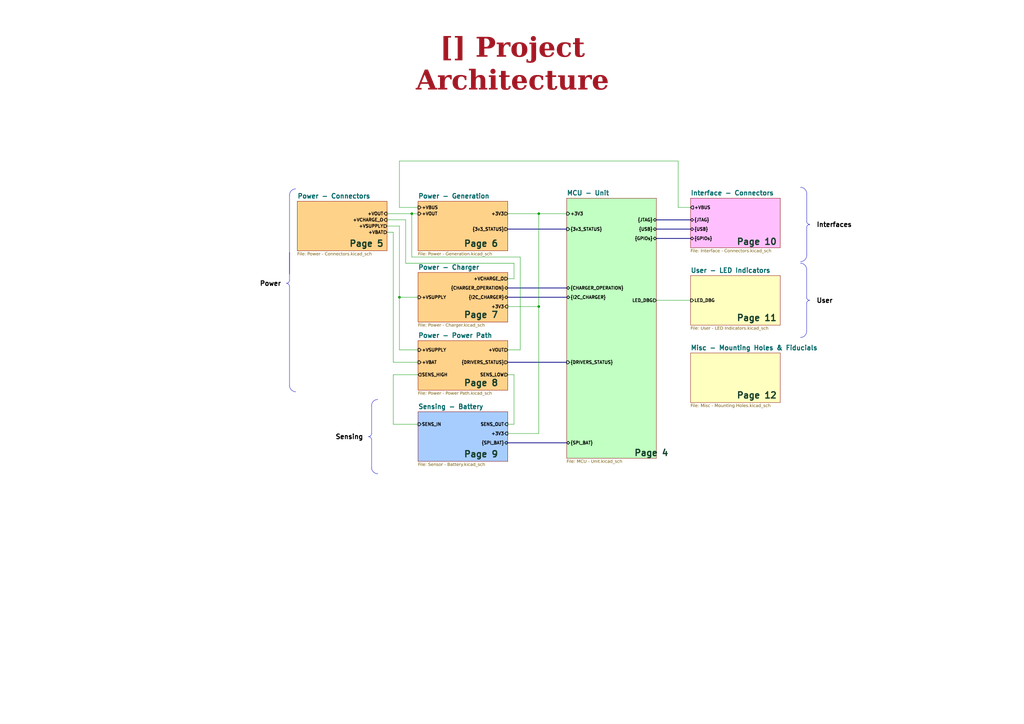
<source format=kicad_sch>
(kicad_sch
	(version 20250114)
	(generator "eeschema")
	(generator_version "9.0")
	(uuid "43756dca-f8f6-4179-bbe2-5af9585c666d")
	(paper "A3")
	(title_block
		(title "Project Architecture")
		(date "Last Modified Date")
		(rev "${REVISION}")
		(company "${COMPANY}")
	)
	(lib_symbols)
	(arc
		(start 330.825 124.45)
		(mid 331.1996 123.5531)
		(end 332.095 123.18)
		(stroke
			(width 0)
			(type default)
		)
		(fill
			(type none)
		)
		(uuid 0038d955-99ac-47e0-99df-9452d83c9945)
	)
	(arc
		(start 121.285 160.655)
		(mid 119.4962 159.9038)
		(end 118.745 158.115)
		(stroke
			(width 0)
			(type default)
		)
		(fill
			(type none)
		)
		(uuid 050a0149-2bc1-4dd7-92e5-8ce12035fe9b)
	)
	(arc
		(start 330.86 93.325)
		(mid 331.2331 92.4267)
		(end 332.13 92.055)
		(stroke
			(width 0)
			(type default)
		)
		(fill
			(type none)
		)
		(uuid 0bc7ffbe-bea5-40cb-bb06-e4bbe970625e)
	)
	(arc
		(start 332.095 123.18)
		(mid 331.2031 122.8034)
		(end 330.825 121.91)
		(stroke
			(width 0)
			(type default)
		)
		(fill
			(type none)
		)
		(uuid 1111ca7b-13ca-4723-ac34-90721ca890af)
	)
	(arc
		(start 330.86 104.755)
		(mid 330.1143 106.5478)
		(end 328.32 107.295)
		(stroke
			(width 0)
			(type default)
		)
		(fill
			(type none)
		)
		(uuid 60898ac0-5a85-4fc7-bf3e-7d6661d3b70e)
	)
	(arc
		(start 332.13 92.055)
		(mid 331.2395 91.677)
		(end 330.86 90.785)
		(stroke
			(width 0)
			(type default)
		)
		(fill
			(type none)
		)
		(uuid 839a81eb-4a51-4936-afaf-166001354450)
	)
	(arc
		(start 328.32 76.815)
		(mid 330.1056 77.5679)
		(end 330.86 79.355)
		(stroke
			(width 0)
			(type default)
		)
		(fill
			(type none)
		)
		(uuid ac51ba7e-a25a-481f-a077-97f7c70a34fb)
	)
	(arc
		(start 151.13 179.07)
		(mid 152.0251 179.4449)
		(end 152.4 180.34)
		(stroke
			(width 0)
			(type default)
		)
		(fill
			(type none)
		)
		(uuid cab65793-d4e8-41b6-91f0-ddc6fb3f67fd)
	)
	(arc
		(start 152.4 166.37)
		(mid 153.1439 164.5739)
		(end 154.94 163.83)
		(stroke
			(width 0)
			(type default)
		)
		(fill
			(type none)
		)
		(uuid cd71c464-485b-418b-84e2-f51ed87617d4)
	)
	(arc
		(start 154.94 194.31)
		(mid 153.1498 193.5602)
		(end 152.4 191.77)
		(stroke
			(width 0)
			(type default)
		)
		(fill
			(type none)
		)
		(uuid d358a3c0-fe0c-4a8a-b61f-1f966fb0c0e1)
	)
	(arc
		(start 152.4 177.8)
		(mid 152.0251 178.6951)
		(end 151.13 179.07)
		(stroke
			(width 0)
			(type default)
		)
		(fill
			(type none)
		)
		(uuid d791b2ba-88cb-4585-a1b1-b734b490212d)
	)
	(arc
		(start 117.475 116.205)
		(mid 118.3687 116.5813)
		(end 118.745 117.475)
		(stroke
			(width 0)
			(type default)
		)
		(fill
			(type none)
		)
		(uuid db946974-f700-4f56-854d-f0affb2b0c52)
	)
	(arc
		(start 330.825 135.88)
		(mid 330.0808 137.6743)
		(end 328.285 138.42)
		(stroke
			(width 0)
			(type default)
		)
		(fill
			(type none)
		)
		(uuid e53f654b-4a96-4f75-af02-52a463768b62)
	)
	(arc
		(start 328.285 107.94)
		(mid 330.0721 108.6915)
		(end 330.825 110.48)
		(stroke
			(width 0)
			(type default)
		)
		(fill
			(type none)
		)
		(uuid e66edba1-7a13-4a97-8de6-7e3a40037f98)
	)
	(arc
		(start 118.745 114.935)
		(mid 118.3687 115.8287)
		(end 117.475 116.205)
		(stroke
			(width 0)
			(type default)
		)
		(fill
			(type none)
		)
		(uuid e9c5fcf5-544b-4c6d-bf55-6a400a9261a7)
	)
	(arc
		(start 118.745 80.01)
		(mid 119.4886 78.2122)
		(end 121.285 77.47)
		(stroke
			(width 0)
			(type default)
		)
		(fill
			(type none)
		)
		(uuid f53227e5-b6a7-4c11-890b-0c3bf4c27efa)
	)
	(text "Page 11"
		(exclude_from_sim no)
		(at 318.77 132.08 0)
		(effects
			(font
				(size 2.54 2.54)
				(bold yes)
				(color 20 60 40 1)
			)
			(justify right bottom)
			(href "#11")
		)
		(uuid "0baeecbb-e02a-431a-ba80-3e6de57ec028")
	)
	(text "Page 10"
		(exclude_from_sim no)
		(at 318.77 100.838 0)
		(effects
			(font
				(size 2.54 2.54)
				(bold yes)
				(color 20 60 40 1)
			)
			(justify right bottom)
			(href "#10")
		)
		(uuid "220095fd-3768-4cae-bd5b-d7ae53ae5aa6")
	)
	(text "Page 12"
		(exclude_from_sim no)
		(at 318.77 163.83 0)
		(effects
			(font
				(size 2.54 2.54)
				(bold yes)
				(color 20 60 40 1)
			)
			(justify right bottom)
			(href "#12")
		)
		(uuid "26ff1129-c891-4209-a6d9-7670606bb70e")
	)
	(text "Page 8"
		(exclude_from_sim no)
		(at 204.47 158.75 0)
		(effects
			(font
				(size 2.54 2.54)
				(bold yes)
				(color 20 60 40 1)
			)
			(justify right bottom)
			(href "#8")
		)
		(uuid "4f70fd4b-59c6-49c3-96b4-5b648d073516")
	)
	(text "Page 6"
		(exclude_from_sim no)
		(at 204.47 101.6 0)
		(effects
			(font
				(size 2.54 2.54)
				(bold yes)
				(color 20 60 40 1)
			)
			(justify right bottom)
			(href "#6")
		)
		(uuid "79ef8bfd-3b47-46bf-9d82-800c7322c2dd")
	)
	(text "Page 7"
		(exclude_from_sim no)
		(at 204.47 130.81 0)
		(effects
			(font
				(size 2.54 2.54)
				(bold yes)
				(color 20 60 40 1)
			)
			(justify right bottom)
			(href "#7")
		)
		(uuid "978bb74e-ca07-4b21-b2dc-19b812f717e9")
	)
	(text "Page 9"
		(exclude_from_sim no)
		(at 204.47 187.96 0)
		(effects
			(font
				(size 2.54 2.54)
				(bold yes)
				(color 20 60 40 1)
			)
			(justify right bottom)
			(href "#9")
		)
		(uuid "a123357d-906d-437b-bfbf-7e1d79800f4a")
	)
	(text "Page 4"
		(exclude_from_sim no)
		(at 274.32 187.452 0)
		(effects
			(font
				(size 2.54 2.54)
				(bold yes)
				(color 20 60 40 1)
			)
			(justify right bottom)
			(href "#4")
		)
		(uuid "a743b584-587f-430e-ab82-7ecb29a61e4f")
	)
	(text "Page 5"
		(exclude_from_sim no)
		(at 157.48 101.6 0)
		(effects
			(font
				(size 2.54 2.54)
				(bold yes)
				(color 20 60 40 1)
			)
			(justify right bottom)
			(href "#5")
		)
		(uuid "db2f5003-f16d-4788-9f64-33838b3232d2")
	)
	(text_box "Interfaces"
		(exclude_from_sim no)
		(at 333.41 89.525 0)
		(size 26.015 5.1)
		(margins 1.4287 1.4287 1.4287 1.4287)
		(stroke
			(width -0.0001)
			(type default)
		)
		(fill
			(type none)
		)
		(effects
			(font
				(size 1.905 1.905)
				(thickness 0.381)
				(bold yes)
				(color 0 0 0 1)
			)
			(justify left top)
		)
		(uuid "028b6a57-177d-41ce-bd67-7ca0e2335e9e")
	)
	(text_box "[${#}] ${TITLE}"
		(exclude_from_sim no)
		(at 144.78 20.32 0)
		(size 130.81 12.7)
		(margins 5.9999 5.9999 5.9999 5.9999)
		(stroke
			(width -0.0001)
			(type default)
		)
		(fill
			(type none)
		)
		(effects
			(font
				(face "Times New Roman")
				(size 8 8)
				(thickness 1.2)
				(bold yes)
				(color 162 22 34 1)
			)
		)
		(uuid "7fa5cc40-6c97-487c-9cc7-412504f68533")
	)
	(text_box "Power"
		(exclude_from_sim no)
		(at 99.695 113.665 0)
		(size 17.145 5.08)
		(margins 1.4287 1.4287 1.4287 1.4287)
		(stroke
			(width -0.0001)
			(type default)
		)
		(fill
			(type none)
		)
		(effects
			(font
				(size 1.905 1.905)
				(thickness 0.381)
				(bold yes)
				(color 0 0 0 1)
			)
			(justify right top)
		)
		(uuid "a0ebd266-8d48-479e-868b-a1b4053b9c02")
	)
	(text_box "Sensing"
		(exclude_from_sim no)
		(at 133.35 176.53 0)
		(size 17.145 5.08)
		(margins 1.4287 1.4287 1.4287 1.4287)
		(stroke
			(width -0.0001)
			(type default)
		)
		(fill
			(type none)
		)
		(effects
			(font
				(size 1.905 1.905)
				(thickness 0.381)
				(bold yes)
				(color 0 0 0 1)
			)
			(justify right top)
		)
		(uuid "ac44de46-0694-4d89-a13e-c6a652fd0aea")
	)
	(text_box "User"
		(exclude_from_sim no)
		(at 333.375 120.65 0)
		(size 26.015 5.1)
		(margins 1.4287 1.4287 1.4287 1.4287)
		(stroke
			(width -0.0001)
			(type default)
		)
		(fill
			(type none)
		)
		(effects
			(font
				(size 1.905 1.905)
				(thickness 0.381)
				(bold yes)
				(color 0 0 0 1)
			)
			(justify left top)
		)
		(uuid "ea2adac5-d133-46b2-a7ff-14a70e2ad344")
	)
	(junction
		(at 163.83 121.92)
		(diameter 0)
		(color 0 0 0 0)
		(uuid "0c4dd38b-1678-4722-b23f-1b8d27f6d6a0")
	)
	(junction
		(at 220.98 125.73)
		(diameter 0)
		(color 0 0 0 0)
		(uuid "82aac85d-1044-4d3c-b279-9b3a29a6c1dd")
	)
	(junction
		(at 220.98 87.63)
		(diameter 0)
		(color 0 0 0 0)
		(uuid "85734d4d-f6ba-4999-8c54-1a6c81eb4a29")
	)
	(junction
		(at 168.91 87.63)
		(diameter 0)
		(color 0 0 0 0)
		(uuid "f6b4406c-e65f-484b-93c3-3a60b765ff60")
	)
	(polyline
		(pts
			(xy 152.4 180.34) (xy 152.4 191.77)
		)
		(stroke
			(width 0)
			(type default)
		)
		(uuid "00ee65b1-e6c8-4e20-855d-1e5949b7a576")
	)
	(polyline
		(pts
			(xy 118.745 80.01) (xy 118.745 112.395)
		)
		(stroke
			(width 0)
			(type default)
		)
		(uuid "07c6272b-a95a-4f38-b31f-226f72abb0d9")
	)
	(bus
		(pts
			(xy 208.28 181.61) (xy 232.41 181.61)
		)
		(stroke
			(width 0)
			(type default)
		)
		(uuid "0cf299f0-c7cd-44e7-866b-9f36745a5f27")
	)
	(wire
		(pts
			(xy 163.83 121.92) (xy 171.45 121.92)
		)
		(stroke
			(width 0)
			(type default)
		)
		(uuid "15a979db-d48d-420f-b8c0-31d6687e30db")
	)
	(wire
		(pts
			(xy 213.36 105.41) (xy 213.36 143.51)
		)
		(stroke
			(width 0)
			(type default)
		)
		(uuid "1673227a-59e2-423b-a21e-0aa6322c16f5")
	)
	(wire
		(pts
			(xy 158.75 95.25) (xy 161.29 95.25)
		)
		(stroke
			(width 0)
			(type default)
		)
		(uuid "184e7f94-9e29-47a0-b201-54f2078ae699")
	)
	(wire
		(pts
			(xy 168.91 105.41) (xy 213.36 105.41)
		)
		(stroke
			(width 0)
			(type default)
		)
		(uuid "1dd00ac0-7280-4075-8972-d6f045bee4a2")
	)
	(wire
		(pts
			(xy 208.28 125.73) (xy 220.98 125.73)
		)
		(stroke
			(width 0)
			(type default)
		)
		(uuid "20ae946c-bbfb-4611-83e1-a9e3504d835b")
	)
	(wire
		(pts
			(xy 161.29 148.59) (xy 171.45 148.59)
		)
		(stroke
			(width 0)
			(type default)
		)
		(uuid "22519b9c-e81f-4324-976d-cf79113c8b8c")
	)
	(wire
		(pts
			(xy 161.29 95.25) (xy 161.29 148.59)
		)
		(stroke
			(width 0)
			(type default)
		)
		(uuid "249bf2f2-0a80-411d-8de5-539658b4cd70")
	)
	(wire
		(pts
			(xy 269.24 123.19) (xy 283.21 123.19)
		)
		(stroke
			(width 0)
			(type default)
		)
		(uuid "25613e4c-991a-4da6-be28-3c2b9a7786aa")
	)
	(polyline
		(pts
			(xy 330.86 90.785) (xy 330.86 79.355)
		)
		(stroke
			(width 0)
			(type default)
		)
		(uuid "26b9c9a7-0575-4ee9-9d73-fe9808a125db")
	)
	(wire
		(pts
			(xy 166.37 107.95) (xy 210.82 107.95)
		)
		(stroke
			(width 0)
			(type default)
		)
		(uuid "3807868e-1a91-4a2b-b948-a0370242f109")
	)
	(bus
		(pts
			(xy 208.28 148.59) (xy 232.41 148.59)
		)
		(stroke
			(width 0)
			(type default)
		)
		(uuid "3eb44a63-fe85-4faa-a013-c62196840605")
	)
	(wire
		(pts
			(xy 208.28 153.67) (xy 210.82 153.67)
		)
		(stroke
			(width 0)
			(type default)
		)
		(uuid "43ed64f7-5160-40d4-a3ca-e0643104ccdc")
	)
	(bus
		(pts
			(xy 208.28 121.92) (xy 232.41 121.92)
		)
		(stroke
			(width 0)
			(type default)
		)
		(uuid "51d6d212-528c-4acd-b9d6-2d3e7052eaac")
	)
	(wire
		(pts
			(xy 208.28 177.8) (xy 220.98 177.8)
		)
		(stroke
			(width 0)
			(type default)
		)
		(uuid "52d0499f-8ff1-4fd2-89a2-be540a27c0cf")
	)
	(wire
		(pts
			(xy 163.83 66.04) (xy 278.13 66.04)
		)
		(stroke
			(width 0)
			(type default)
		)
		(uuid "53f0748c-192c-4617-a268-abed7ec42d9f")
	)
	(wire
		(pts
			(xy 158.75 92.71) (xy 163.83 92.71)
		)
		(stroke
			(width 0)
			(type default)
		)
		(uuid "5c71f8da-30c2-4c50-83cb-6a04d177acc9")
	)
	(bus
		(pts
			(xy 208.28 118.11) (xy 232.41 118.11)
		)
		(stroke
			(width 0)
			(type default)
		)
		(uuid "5f223741-0f01-4bf6-88a9-223b8accaac3")
	)
	(wire
		(pts
			(xy 220.98 87.63) (xy 232.41 87.63)
		)
		(stroke
			(width 0)
			(type default)
		)
		(uuid "64deb894-010f-470b-a1c0-1100f251983e")
	)
	(wire
		(pts
			(xy 163.83 66.04) (xy 163.83 85.09)
		)
		(stroke
			(width 0)
			(type default)
		)
		(uuid "71b8133b-c105-41e4-98f1-6994b97ab3d5")
	)
	(polyline
		(pts
			(xy 152.4 177.8) (xy 152.4 166.37)
		)
		(stroke
			(width 0)
			(type default)
		)
		(uuid "7312e08e-bb87-4d6c-97ef-8c411dee0e86")
	)
	(polyline
		(pts
			(xy 118.745 114.935) (xy 118.745 103.505)
		)
		(stroke
			(width 0)
			(type default)
		)
		(uuid "762bd6ff-f43b-415f-a570-72e84806ce9a")
	)
	(polyline
		(pts
			(xy 330.825 121.91) (xy 330.825 110.48)
		)
		(stroke
			(width 0)
			(type default)
		)
		(uuid "776aa57d-885d-42f0-a071-9b793bdeadc0")
	)
	(bus
		(pts
			(xy 269.24 90.17) (xy 283.21 90.17)
		)
		(stroke
			(width 0)
			(type default)
		)
		(uuid "7838b01b-05ef-4076-b73b-210f219e9125")
	)
	(wire
		(pts
			(xy 161.29 173.99) (xy 171.45 173.99)
		)
		(stroke
			(width 0)
			(type default)
		)
		(uuid "80eaacca-4b6e-44a8-a22e-1aa8b235d05c")
	)
	(wire
		(pts
			(xy 210.82 153.67) (xy 210.82 173.99)
		)
		(stroke
			(width 0)
			(type default)
		)
		(uuid "83970aff-84eb-440f-8340-0451dc9db304")
	)
	(wire
		(pts
			(xy 208.28 87.63) (xy 220.98 87.63)
		)
		(stroke
			(width 0)
			(type default)
		)
		(uuid "87c19c4b-22f2-4764-a256-7e8f2a65c731")
	)
	(wire
		(pts
			(xy 168.91 87.63) (xy 171.45 87.63)
		)
		(stroke
			(width 0)
			(type default)
		)
		(uuid "89ff65cd-2e7b-42a9-9959-52c523503042")
	)
	(wire
		(pts
			(xy 278.13 66.04) (xy 278.13 85.09)
		)
		(stroke
			(width 0)
			(type default)
		)
		(uuid "90d46210-1c23-4ab3-838c-b2166b4a0a96")
	)
	(polyline
		(pts
			(xy 118.745 117.475) (xy 118.745 158.115)
		)
		(stroke
			(width 0)
			(type default)
		)
		(uuid "94fb42e0-16b4-4d32-98ea-fe600d6a6a7d")
	)
	(wire
		(pts
			(xy 163.83 85.09) (xy 171.45 85.09)
		)
		(stroke
			(width 0)
			(type default)
		)
		(uuid "97533c70-c065-4e94-8acf-f8dfd1c408f4")
	)
	(wire
		(pts
			(xy 210.82 107.95) (xy 210.82 114.3)
		)
		(stroke
			(width 0)
			(type default)
		)
		(uuid "9b1f6191-2d20-41d5-b0cd-d066ea758abe")
	)
	(wire
		(pts
			(xy 163.83 92.71) (xy 163.83 121.92)
		)
		(stroke
			(width 0)
			(type default)
		)
		(uuid "9f91fa3c-6192-4798-a10e-9c24144634da")
	)
	(wire
		(pts
			(xy 158.75 90.17) (xy 166.37 90.17)
		)
		(stroke
			(width 0)
			(type default)
		)
		(uuid "a1d180e2-06d3-4589-abb6-45c5e9afa2e3")
	)
	(wire
		(pts
			(xy 220.98 125.73) (xy 220.98 177.8)
		)
		(stroke
			(width 0)
			(type default)
		)
		(uuid "ae74903c-898a-463d-a021-52269e48b43f")
	)
	(wire
		(pts
			(xy 161.29 153.67) (xy 161.29 173.99)
		)
		(stroke
			(width 0)
			(type default)
		)
		(uuid "b0f0b4ec-2720-45aa-92d4-c07e65ca50d3")
	)
	(wire
		(pts
			(xy 166.37 90.17) (xy 166.37 107.95)
		)
		(stroke
			(width 0)
			(type default)
		)
		(uuid "c183d9a4-da4b-4f0b-a5e7-554199c1cf48")
	)
	(wire
		(pts
			(xy 161.29 153.67) (xy 171.45 153.67)
		)
		(stroke
			(width 0)
			(type default)
		)
		(uuid "c2efe46b-bab8-4ee3-849e-8af38929b6c6")
	)
	(bus
		(pts
			(xy 269.24 97.79) (xy 283.21 97.79)
		)
		(stroke
			(width 0)
			(type default)
		)
		(uuid "c2fb184a-3c16-4a7a-bea2-e603524edaab")
	)
	(polyline
		(pts
			(xy 330.86 93.325) (xy 330.86 104.755)
		)
		(stroke
			(width 0)
			(type default)
		)
		(uuid "c4a0153a-14ee-4040-9ca9-79b71c31b65f")
	)
	(wire
		(pts
			(xy 163.83 121.92) (xy 163.83 143.51)
		)
		(stroke
			(width 0)
			(type default)
		)
		(uuid "c7d42015-4457-4000-80c0-4deb5f06a9dc")
	)
	(bus
		(pts
			(xy 208.28 93.98) (xy 232.41 93.98)
		)
		(stroke
			(width 0)
			(type default)
		)
		(uuid "cd25a85c-750c-4522-9556-a47d710bd5e9")
	)
	(wire
		(pts
			(xy 208.28 143.51) (xy 213.36 143.51)
		)
		(stroke
			(width 0)
			(type default)
		)
		(uuid "d0ee58b4-8b8a-47e4-96c2-4365ab49ba9e")
	)
	(wire
		(pts
			(xy 208.28 114.3) (xy 210.82 114.3)
		)
		(stroke
			(width 0)
			(type default)
		)
		(uuid "d2fb7c89-c2b8-45e6-9f04-b28fa3fffec2")
	)
	(wire
		(pts
			(xy 163.83 143.51) (xy 171.45 143.51)
		)
		(stroke
			(width 0)
			(type default)
		)
		(uuid "dd65a2a1-ca32-4c2e-b149-1d4b0ae0473c")
	)
	(polyline
		(pts
			(xy 330.825 124.45) (xy 330.825 135.88)
		)
		(stroke
			(width 0)
			(type default)
		)
		(uuid "ddd29077-5256-4ffd-837a-1e200a66c3f8")
	)
	(wire
		(pts
			(xy 220.98 87.63) (xy 220.98 125.73)
		)
		(stroke
			(width 0)
			(type default)
		)
		(uuid "df1e7f7e-970c-44bf-b400-5c0d8ad8f984")
	)
	(wire
		(pts
			(xy 278.13 85.09) (xy 283.21 85.09)
		)
		(stroke
			(width 0)
			(type default)
		)
		(uuid "e9b65f2f-55b4-41bc-9441-1be247a5e9b0")
	)
	(bus
		(pts
			(xy 269.24 93.98) (xy 283.21 93.98)
		)
		(stroke
			(width 0)
			(type default)
		)
		(uuid "ea2de2f0-9017-4ee3-87c8-5a34c0f836ff")
	)
	(wire
		(pts
			(xy 158.75 87.63) (xy 168.91 87.63)
		)
		(stroke
			(width 0)
			(type default)
		)
		(uuid "ea6aa132-d1ad-4eaf-957c-6f794a48b499")
	)
	(wire
		(pts
			(xy 168.91 87.63) (xy 168.91 105.41)
		)
		(stroke
			(width 0)
			(type default)
		)
		(uuid "f172e754-00a6-4626-b515-8113dd84d133")
	)
	(wire
		(pts
			(xy 208.28 173.99) (xy 210.82 173.99)
		)
		(stroke
			(width 0)
			(type default)
		)
		(uuid "f84f6cf3-feeb-40c0-a6d2-d1d2786c3af9")
	)
	(sheet
		(at 171.45 139.7)
		(size 36.83 20.32)
		(exclude_from_sim no)
		(in_bom yes)
		(on_board yes)
		(dnp no)
		(fields_autoplaced yes)
		(stroke
			(width 0.1524)
			(type solid)
		)
		(fill
			(color 255 180 61 0.6000)
		)
		(uuid "051f2c7b-cce4-418f-ba21-e71251f2ff31")
		(property "Sheetname" "Power - Power Path"
			(at 171.45 138.6709 0)
			(effects
				(font
					(size 1.905 1.905)
					(bold yes)
				)
				(justify left bottom)
			)
		)
		(property "Sheetfile" "Power - Power Path.kicad_sch"
			(at 171.45 160.6046 0)
			(effects
				(font
					(face "Arial")
					(size 1.27 1.27)
				)
				(justify left top)
			)
		)
		(pin "+VBAT" input
			(at 171.45 148.59 180)
			(uuid "73929dc7-2ffd-44ba-ab2b-3fafc4457fbb")
			(effects
				(font
					(size 1.27 1.27)
					(thickness 0.254)
					(bold yes)
					(color 0 0 0 1)
				)
				(justify left)
			)
		)
		(pin "+VOUT" output
			(at 208.28 143.51 0)
			(uuid "903516bb-b207-4c6c-b5b7-7d11d6a72c20")
			(effects
				(font
					(size 1.27 1.27)
					(thickness 0.254)
					(bold yes)
					(color 0 0 0 1)
				)
				(justify right)
			)
		)
		(pin "SENS_HIGH" output
			(at 171.45 153.67 180)
			(uuid "29f80523-68d9-4344-88c2-435dfe283d9c")
			(effects
				(font
					(size 1.27 1.27)
					(thickness 0.254)
					(bold yes)
					(color 0 0 0 1)
				)
				(justify left)
			)
		)
		(pin "SENS_LOW" output
			(at 208.28 153.67 0)
			(uuid "0e168009-1474-4891-ae20-974bb5fc13ff")
			(effects
				(font
					(size 1.27 1.27)
					(thickness 0.254)
					(bold yes)
					(color 0 0 0 1)
				)
				(justify right)
			)
		)
		(pin "+VSUPPLY" input
			(at 171.45 143.51 180)
			(uuid "92d70555-d12f-4c57-adfe-07bf5ec9b3e4")
			(effects
				(font
					(size 1.27 1.27)
					(thickness 0.254)
					(bold yes)
					(color 0 0 0 1)
				)
				(justify left)
			)
		)
		(pin "{DRIVERS_STATUS}" output
			(at 208.28 148.59 0)
			(uuid "c8eb8f4b-0991-4267-943f-29a902ac48c3")
			(effects
				(font
					(size 1.27 1.27)
					(thickness 0.254)
					(bold yes)
					(color 0 0 0 1)
				)
				(justify right)
			)
		)
		(instances
			(project "ElonMux"
				(path "/0650c7a8-acba-429c-9f8e-eec0baf0bc1c/fede4c36-00cc-4d3d-b71c-5243ba232202"
					(page "8")
				)
			)
		)
	)
	(sheet
		(at 121.92 82.55)
		(size 36.83 20.32)
		(exclude_from_sim no)
		(in_bom yes)
		(on_board yes)
		(dnp no)
		(fields_autoplaced yes)
		(stroke
			(width 0.1524)
			(type solid)
		)
		(fill
			(color 255 180 61 0.6000)
		)
		(uuid "3c6a6bb2-bac2-4596-a27d-6bc23ae8595a")
		(property "Sheetname" "Power - Connectors"
			(at 121.92 81.5209 0)
			(effects
				(font
					(size 1.905 1.905)
					(bold yes)
				)
				(justify left bottom)
			)
		)
		(property "Sheetfile" "Power - Connectors.kicad_sch"
			(at 121.92 103.4546 0)
			(effects
				(font
					(face "Arial")
					(size 1.27 1.27)
				)
				(justify left top)
			)
		)
		(pin "+VBAT" output
			(at 158.75 95.25 0)
			(uuid "5ad115a0-e1cd-4a80-8bbf-f0a07a0afa6b")
			(effects
				(font
					(size 1.27 1.27)
					(thickness 0.254)
					(bold yes)
					(color 0 0 0 1)
				)
				(justify right)
			)
		)
		(pin "+VSUPPLY" output
			(at 158.75 92.71 0)
			(uuid "70222491-feee-4eea-af6f-861a56dbe59f")
			(effects
				(font
					(size 1.27 1.27)
					(thickness 0.254)
					(bold yes)
					(color 0 0 0 1)
				)
				(justify right)
			)
		)
		(pin "+VOUT" input
			(at 158.75 87.63 0)
			(uuid "3ec90f09-e2a5-4eae-b2af-4c5a33e9170f")
			(effects
				(font
					(size 1.27 1.27)
					(thickness 0.254)
					(bold yes)
					(color 0 0 0 1)
				)
				(justify right)
			)
		)
		(pin "+VCHARGE_O" input
			(at 158.75 90.17 0)
			(uuid "d2ccea84-c2e9-454e-9035-a5b3cd9f2680")
			(effects
				(font
					(size 1.27 1.27)
					(thickness 0.254)
					(bold yes)
					(color 0 0 0 1)
				)
				(justify right)
			)
		)
		(instances
			(project "ElonMux"
				(path "/0650c7a8-acba-429c-9f8e-eec0baf0bc1c/fede4c36-00cc-4d3d-b71c-5243ba232202"
					(page "5")
				)
			)
		)
	)
	(sheet
		(at 171.45 82.55)
		(size 36.83 20.32)
		(exclude_from_sim no)
		(in_bom yes)
		(on_board yes)
		(dnp no)
		(fields_autoplaced yes)
		(stroke
			(width 0.1524)
			(type solid)
		)
		(fill
			(color 255 180 61 0.6000)
		)
		(uuid "48ff3b30-a438-4b4b-961d-9d1d1a2954de")
		(property "Sheetname" "Power - Generation"
			(at 171.45 81.5209 0)
			(effects
				(font
					(size 1.905 1.905)
					(bold yes)
				)
				(justify left bottom)
			)
		)
		(property "Sheetfile" "Power - Generation.kicad_sch"
			(at 171.45 103.4546 0)
			(effects
				(font
					(face "Arial")
					(size 1.27 1.27)
				)
				(justify left top)
			)
		)
		(pin "+3V3" output
			(at 208.28 87.63 0)
			(uuid "b4893265-c976-4b22-ac7c-56ed6373be45")
			(effects
				(font
					(size 1.27 1.27)
					(thickness 0.254)
					(bold yes)
					(color 0 0 0 1)
				)
				(justify right)
			)
		)
		(pin "+VBUS" input
			(at 171.45 85.09 180)
			(uuid "cc1b57f7-2c2f-442c-92bc-358644dae587")
			(effects
				(font
					(size 1.27 1.27)
					(thickness 0.254)
					(bold yes)
					(color 0 0 0 1)
				)
				(justify left)
			)
		)
		(pin "{3v3_STATUS}" output
			(at 208.28 93.98 0)
			(uuid "3e279644-0d66-4464-8e74-e577d4322bfb")
			(effects
				(font
					(size 1.27 1.27)
					(thickness 0.254)
					(bold yes)
					(color 0 0 0 1)
				)
				(justify right)
			)
		)
		(pin "+VOUT" input
			(at 171.45 87.63 180)
			(uuid "9bd234f4-7c4c-4953-89c2-e0613a1e776d")
			(effects
				(font
					(size 1.27 1.27)
					(thickness 0.254)
					(bold yes)
					(color 0 0 0 1)
				)
				(justify left)
			)
		)
		(instances
			(project "ElonMux"
				(path "/0650c7a8-acba-429c-9f8e-eec0baf0bc1c/fede4c36-00cc-4d3d-b71c-5243ba232202"
					(page "6")
				)
			)
		)
	)
	(sheet
		(at 171.45 111.76)
		(size 36.83 20.32)
		(exclude_from_sim no)
		(in_bom yes)
		(on_board yes)
		(dnp no)
		(fields_autoplaced yes)
		(stroke
			(width 0.1524)
			(type solid)
		)
		(fill
			(color 255 180 61 0.6000)
		)
		(uuid "7d5a1283-086b-46b0-8df7-a9850521fb5e")
		(property "Sheetname" "Power - Charger"
			(at 171.45 110.7309 0)
			(effects
				(font
					(size 1.905 1.905)
					(bold yes)
				)
				(justify left bottom)
			)
		)
		(property "Sheetfile" "Power - Charger.kicad_sch"
			(at 171.45 132.6646 0)
			(effects
				(font
					(face "Arial")
					(size 1.27 1.27)
				)
				(justify left top)
			)
		)
		(pin "{I2C_CHARGER}" bidirectional
			(at 208.28 121.92 0)
			(uuid "4d0fe0e2-2bfa-4468-9674-df188779d2e4")
			(effects
				(font
					(size 1.27 1.27)
					(thickness 0.254)
					(bold yes)
					(color 0 0 0 1)
				)
				(justify right)
			)
		)
		(pin "+VSUPPLY" input
			(at 171.45 121.92 180)
			(uuid "595f6f52-d1a5-4ed1-bb09-a5822338842e")
			(effects
				(font
					(size 1.27 1.27)
					(thickness 0.254)
					(bold yes)
					(color 0 0 0 1)
				)
				(justify left)
			)
		)
		(pin "+VCHARGE_O" output
			(at 208.28 114.3 0)
			(uuid "d3fb17f3-abac-4727-807b-1728b26f54b0")
			(effects
				(font
					(size 1.27 1.27)
					(thickness 0.254)
					(bold yes)
					(color 0 0 0 1)
				)
				(justify right)
			)
		)
		(pin "{CHARGER_OPERATION}" bidirectional
			(at 208.28 118.11 0)
			(uuid "225de16b-3aca-492e-859c-2eefd685ab95")
			(effects
				(font
					(size 1.27 1.27)
					(thickness 0.254)
					(bold yes)
					(color 0 0 0 1)
				)
				(justify right)
			)
		)
		(pin "+3V3" input
			(at 208.28 125.73 0)
			(uuid "16ca9644-248e-4ad9-bc38-deafb325c98c")
			(effects
				(font
					(size 1.27 1.27)
					(thickness 0.254)
					(bold yes)
					(color 0 0 0 1)
				)
				(justify right)
			)
		)
		(instances
			(project "ElonMux"
				(path "/0650c7a8-acba-429c-9f8e-eec0baf0bc1c/fede4c36-00cc-4d3d-b71c-5243ba232202"
					(page "7")
				)
			)
		)
	)
	(sheet
		(at 283.21 113.03)
		(size 36.83 20.32)
		(exclude_from_sim no)
		(in_bom yes)
		(on_board yes)
		(dnp no)
		(fields_autoplaced yes)
		(stroke
			(width 0.1524)
			(type solid)
		)
		(fill
			(color 255 255 0 0.2500)
		)
		(uuid "95e919be-32f9-400a-bc42-ccd9343a00dc")
		(property "Sheetname" "User - LED Indicators"
			(at 283.21 112.0009 0)
			(effects
				(font
					(size 1.905 1.905)
					(bold yes)
				)
				(justify left bottom)
			)
		)
		(property "Sheetfile" "User - LED Indicators.kicad_sch"
			(at 283.21 133.9346 0)
			(effects
				(font
					(face "Arial")
					(size 1.27 1.27)
				)
				(justify left top)
			)
		)
		(pin "LED_DBG" input
			(at 283.21 123.19 180)
			(uuid "d99e2809-212b-4ed6-b0a1-7c6be2b197d8")
			(effects
				(font
					(size 1.27 1.27)
					(thickness 0.254)
					(bold yes)
					(color 0 0 0 1)
				)
				(justify left)
			)
		)
		(instances
			(project "ElonMux"
				(path "/0650c7a8-acba-429c-9f8e-eec0baf0bc1c/fede4c36-00cc-4d3d-b71c-5243ba232202"
					(page "11")
				)
			)
		)
	)
	(sheet
		(at 171.45 168.91)
		(size 36.83 20.32)
		(exclude_from_sim no)
		(in_bom yes)
		(on_board yes)
		(dnp no)
		(fields_autoplaced yes)
		(stroke
			(width 0.1524)
			(type solid)
		)
		(fill
			(color 109 172 255 0.6000)
		)
		(uuid "99347527-3de9-4089-9239-f84ef9d2c36f")
		(property "Sheetname" "Sensing - Battery"
			(at 171.45 167.8809 0)
			(effects
				(font
					(size 1.905 1.905)
					(bold yes)
				)
				(justify left bottom)
			)
		)
		(property "Sheetfile" "Sensor - Battery.kicad_sch"
			(at 171.45 189.8146 0)
			(effects
				(font
					(face "Arial")
					(size 1.27 1.27)
				)
				(justify left top)
			)
		)
		(pin "+3V3" input
			(at 208.28 177.8 0)
			(uuid "5f908847-5105-4c5e-aaf3-f77b77c8a9ee")
			(effects
				(font
					(size 1.27 1.27)
					(thickness 0.254)
					(bold yes)
					(color 0 0 0 1)
				)
				(justify right)
			)
		)
		(pin "{SPI_BAT}" bidirectional
			(at 208.28 181.61 0)
			(uuid "327b0179-9d03-41ca-a0cd-de3c50c23947")
			(effects
				(font
					(size 1.27 1.27)
					(thickness 0.254)
					(bold yes)
					(color 0 0 0 1)
				)
				(justify right)
			)
		)
		(pin "SENS_IN" input
			(at 171.45 173.99 180)
			(uuid "f240d98b-9ba5-42b4-a8b3-622b8a5ec1ca")
			(effects
				(font
					(size 1.27 1.27)
					(thickness 0.254)
					(bold yes)
					(color 0 0 0 1)
				)
				(justify left)
			)
		)
		(pin "SENS_OUT" input
			(at 208.28 173.99 0)
			(uuid "330d2c35-1602-402e-8cfc-9134066dfeae")
			(effects
				(font
					(size 1.27 1.27)
					(thickness 0.254)
					(bold yes)
					(color 0 0 0 1)
				)
				(justify right)
			)
		)
		(instances
			(project "ElonMux"
				(path "/0650c7a8-acba-429c-9f8e-eec0baf0bc1c/fede4c36-00cc-4d3d-b71c-5243ba232202"
					(page "9")
				)
			)
		)
	)
	(sheet
		(at 283.21 81.28)
		(size 36.83 20.32)
		(exclude_from_sim no)
		(in_bom yes)
		(on_board yes)
		(dnp no)
		(fields_autoplaced yes)
		(stroke
			(width 0.1524)
			(type solid)
		)
		(fill
			(color 255 0 255 0.2500)
		)
		(uuid "d2534d42-af00-4b33-8090-e590be5797ef")
		(property "Sheetname" "Interface - Connectors"
			(at 283.21 80.2509 0)
			(effects
				(font
					(size 1.905 1.905)
					(bold yes)
				)
				(justify left bottom)
			)
		)
		(property "Sheetfile" "Interface - Connectors.kicad_sch"
			(at 283.21 102.1846 0)
			(effects
				(font
					(face "Arial")
					(size 1.27 1.27)
				)
				(justify left top)
			)
		)
		(pin "{JTAG}" bidirectional
			(at 283.21 90.17 180)
			(uuid "7c8bf266-05e7-4729-862b-27a75fadedcd")
			(effects
				(font
					(size 1.27 1.27)
					(thickness 0.254)
					(bold yes)
					(color 0 0 0 1)
				)
				(justify left)
			)
		)
		(pin "{USB}" bidirectional
			(at 283.21 93.98 180)
			(uuid "72541811-ab2a-4d57-bbe9-76b7eb37f499")
			(effects
				(font
					(size 1.27 1.27)
					(thickness 0.254)
					(bold yes)
					(color 0 0 0 1)
				)
				(justify left)
			)
		)
		(pin "+VBUS" output
			(at 283.21 85.09 180)
			(uuid "84744060-5e7c-4806-92ff-d1ee4e3f2c4a")
			(effects
				(font
					(size 1.27 1.27)
					(thickness 0.254)
					(bold yes)
					(color 0 0 0 1)
				)
				(justify left)
			)
		)
		(pin "{GPIOs}" bidirectional
			(at 283.21 97.79 180)
			(uuid "9ac2e169-f5d1-4543-a3cf-c524ef259577")
			(effects
				(font
					(size 1.27 1.27)
					(thickness 0.254)
					(bold yes)
					(color 0 0 0 1)
				)
				(justify left)
			)
		)
		(instances
			(project "ElonMux"
				(path "/0650c7a8-acba-429c-9f8e-eec0baf0bc1c/fede4c36-00cc-4d3d-b71c-5243ba232202"
					(page "10")
				)
			)
		)
	)
	(sheet
		(at 283.21 144.78)
		(size 36.83 20.32)
		(exclude_from_sim no)
		(in_bom yes)
		(on_board yes)
		(dnp no)
		(fields_autoplaced yes)
		(stroke
			(width 0.1524)
			(type solid)
		)
		(fill
			(color 255 255 0 0.2500)
		)
		(uuid "e246552c-c235-46f6-8325-624faa438117")
		(property "Sheetname" "Misc - Mounting Holes & Fiducials"
			(at 283.21 143.7509 0)
			(effects
				(font
					(size 1.905 1.905)
					(bold yes)
				)
				(justify left bottom)
			)
		)
		(property "Sheetfile" "Misc - Mounting Holes.kicad_sch"
			(at 283.21 165.6846 0)
			(effects
				(font
					(face "Arial")
					(size 1.27 1.27)
				)
				(justify left top)
			)
		)
		(instances
			(project "ElonMux"
				(path "/0650c7a8-acba-429c-9f8e-eec0baf0bc1c/fede4c36-00cc-4d3d-b71c-5243ba232202"
					(page "12")
				)
			)
		)
	)
	(sheet
		(at 232.41 81.28)
		(size 36.83 106.68)
		(exclude_from_sim no)
		(in_bom yes)
		(on_board yes)
		(dnp no)
		(fields_autoplaced yes)
		(stroke
			(width 0.1524)
			(type solid)
		)
		(fill
			(color 132 255 134 0.5020)
		)
		(uuid "e6015f1e-cbce-46f4-85e1-3d5463a17dc1")
		(property "Sheetname" "MCU - Unit"
			(at 232.41 80.2509 0)
			(effects
				(font
					(size 1.905 1.905)
					(bold yes)
				)
				(justify left bottom)
			)
		)
		(property "Sheetfile" "MCU - Unit.kicad_sch"
			(at 232.41 188.5446 0)
			(effects
				(font
					(face "Arial")
					(size 1.27 1.27)
				)
				(justify left top)
			)
		)
		(pin "{JTAG}" bidirectional
			(at 269.24 90.17 0)
			(uuid "ea59fa20-66c1-49fc-8d2f-4efe5ce0e94e")
			(effects
				(font
					(size 1.27 1.27)
					(thickness 0.254)
					(bold yes)
					(color 0 0 0 1)
				)
				(justify right)
			)
		)
		(pin "+3V3" input
			(at 232.41 87.63 180)
			(uuid "bdff6090-3338-486f-862a-f0f6ff236ed7")
			(effects
				(font
					(size 1.27 1.27)
					(thickness 0.254)
					(bold yes)
					(color 0 0 0 1)
				)
				(justify left)
			)
		)
		(pin "{SPI_BAT}" bidirectional
			(at 232.41 181.61 180)
			(uuid "837095e7-f51f-46b9-9f7f-86c4fd95450d")
			(effects
				(font
					(size 1.27 1.27)
					(thickness 0.254)
					(bold yes)
					(color 0 0 0 1)
				)
				(justify left)
			)
		)
		(pin "{I2C_CHARGER}" bidirectional
			(at 232.41 121.92 180)
			(uuid "84d82888-03fd-4066-83fe-0a00a35beec1")
			(effects
				(font
					(size 1.27 1.27)
					(thickness 0.254)
					(bold yes)
					(color 0 0 0 1)
				)
				(justify left)
			)
		)
		(pin "LED_DBG" output
			(at 269.24 123.19 0)
			(uuid "45ef87e7-c3a6-4f03-8182-29ec2d785c92")
			(effects
				(font
					(size 1.27 1.27)
					(thickness 0.254)
					(bold yes)
					(color 0 0 0 1)
				)
				(justify right)
			)
		)
		(pin "{USB}" bidirectional
			(at 269.24 93.98 0)
			(uuid "8749bb5b-949e-4cd5-be1d-8ff75e16fc57")
			(effects
				(font
					(size 1.27 1.27)
					(thickness 0.254)
					(bold yes)
					(color 0 0 0 1)
				)
				(justify right)
			)
		)
		(pin "{GPIOs}" bidirectional
			(at 269.24 97.79 0)
			(uuid "4d92682c-b9a1-4ba7-9846-cbde1ca660fe")
			(effects
				(font
					(size 1.27 1.27)
					(thickness 0.254)
					(bold yes)
					(color 0 0 0 1)
				)
				(justify right)
			)
		)
		(pin "{3v3_STATUS}" input
			(at 232.41 93.98 180)
			(uuid "8b1d94c2-a946-43ef-b1df-fbf8980dca89")
			(effects
				(font
					(size 1.27 1.27)
					(thickness 0.254)
					(bold yes)
					(color 0 0 0 1)
				)
				(justify left)
			)
		)
		(pin "{DRIVERS_STATUS}" input
			(at 232.41 148.59 180)
			(uuid "34161db1-28bc-4970-8188-a86b84ebcc3d")
			(effects
				(font
					(size 1.27 1.27)
					(thickness 0.254)
					(bold yes)
					(color 0 0 0 1)
				)
				(justify left)
			)
		)
		(pin "{CHARGER_OPERATION}" bidirectional
			(at 232.41 118.11 180)
			(uuid "cdbfc6f5-e583-49bb-9867-21bd4817f234")
			(effects
				(font
					(size 1.27 1.27)
					(thickness 0.254)
					(bold yes)
					(color 0 0 0 1)
				)
				(justify left)
			)
		)
		(instances
			(project "ElonMux"
				(path "/0650c7a8-acba-429c-9f8e-eec0baf0bc1c/fede4c36-00cc-4d3d-b71c-5243ba232202"
					(page "4")
				)
			)
		)
	)
)

</source>
